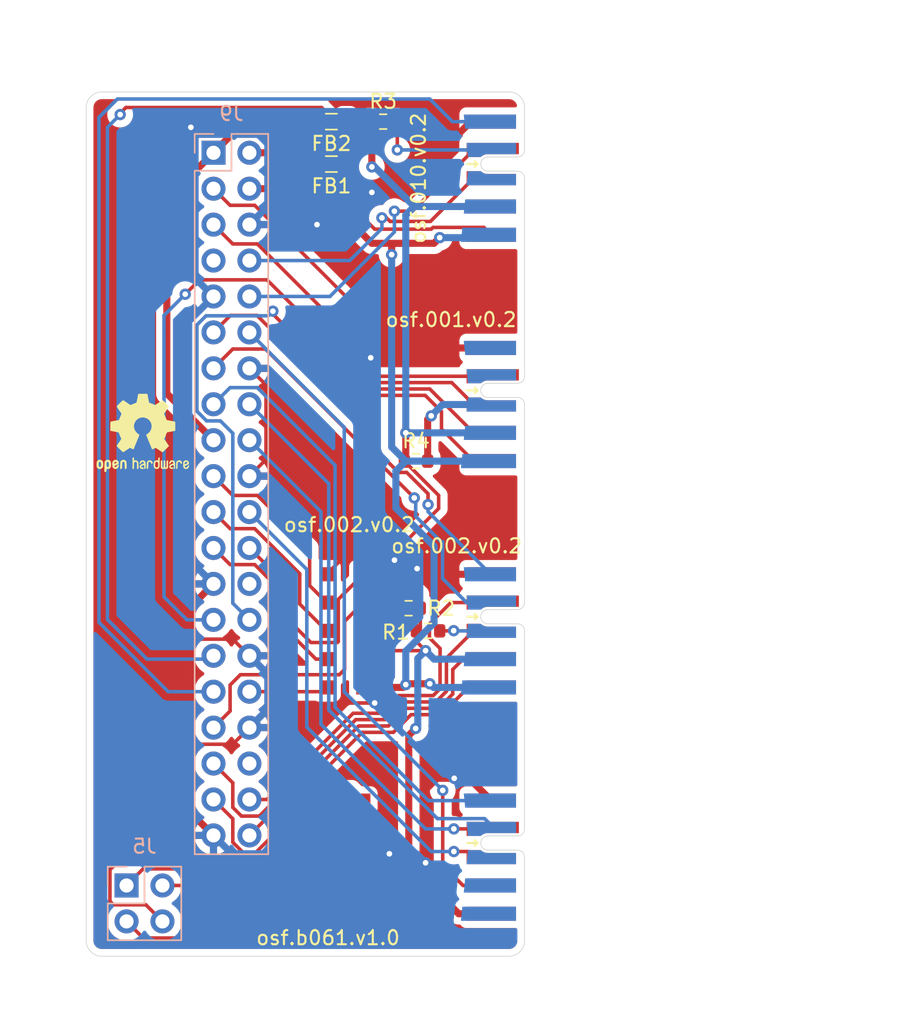
<source format=kicad_pcb>
(kicad_pcb (version 20211014) (generator pcbnew)
  (layers (0 "F.Cu" signal) (31 "B.Cu" signal) (34 "B.Paste" user) (35 "F.Paste" user) (36 "B.SilkS" user "B.Silkscreen") (37 "F.SilkS" user "F.Silkscreen") (38 "B.Mask" user) (39 "F.Mask" user) (44 "Edge.Cuts" user))
  (net 0 "")
  (net 1 "GND")
  (net 2 "+3V3")
  (net 3 "/I2C0_SDA")
  (net 4 "/I2C0_SCL")
  (net 5 "/SPI0_RX")
  (net 6 "/SPI0_TX")
  (net 7 "/SPI0_SCK")
  (net 8 "/~{SPI0_CS}")
  (net 9 "/UART0_RX")
  (net 10 "/UART0_TX")
  (net 11 "/SPI1_RX")
  (net 12 "/SPI1_TX")
  (net 13 "/SPI1_SCK")
  (net 14 "/~{SPI1_CS}")
  (net 15 "+5V")
  (net 16 "Net-(J1-Pad8)")
  (net 17 "Net-(J2-Pad8)")
  (net 18 "Net-(J4-Pad8)")
  (net 19 "Net-(FB1-Pad2)")
  (net 20 "Net-(J5-Pad4)")
  (net 21 "Net-(FB2-Pad2)")
  (net 22 "/TMS")
  (net 23 "/TCLK")
  (net 24 "/TDI")
  (net 25 "/~{RESET}")
  (net 26 "/TDO")
  (net 27 "Net-(J5-Pad3)")
  (net 28 "Net-(J5-Pad2)")
  (net 29 "Net-(J5-Pad1)")
  (net 30 "Net-(J3-Pad7)")
  (net 31 "/SPI0_Status")
  (net 32 "/SPI0_INT")
  (net 33 "/I2C0_CS")
  (net 34 "/I2C0_INT")
  (net 35 "/I2C1_INT")
  (net 36 "/I2C1_CS")
  (net 37 "/SPI1_Status")
  (net 38 "/SPI1_INT")
  (footprint "on_edge:on_edge_2x05_host" (layer "F.Cu") (at 131 91 -90)
    (fp_text reference "J2")
    (fp_text value "I2C_2x2")
    (fp_line (start -4 0) (end -2 0) (layer "Edge.Cuts") (width 0.05))
    (fp_line (start -1.5 0.5) (end -1.5 2.6) (layer "Edge.Cuts") (width 0.05))
    (fp_line (start 0 0) (end 4 0) (layer "Edge.Cuts") (width 0.05))
    (fp_line (start -0.5 2.6) (end -0.5 0.5) (layer "Edge.Cuts") (width 0.05))
    (fp_arc (start -0.5 2.6) (mid -1 3.1) (end -1.5 2.6) (layer "Edge.Cuts") (width 0.05))
    (fp_arc (start -0.5 0.5) (mid -0.353553 0.146447) (end 0 0) (layer "Edge.Cuts") (width 0.05))
    (fp_arc (start -2 0) (mid -1.646447 0.146447) (end -1.5 0.5) (layer "Edge.Cuts") (width 0.05))
  )
  (footprint "on_edge:on_edge_2x05_host" (layer "F.Cu") (at 131 75 -90)
    (fp_text reference "J3")
    (fp_text value "UART")
    (fp_line (start 0 0) (end 4 0) (layer "Edge.Cuts") (width 0.05))
    (fp_line (start -0.5 2.6) (end -0.5 0.5) (layer "Edge.Cuts") (width 0.05))
    (fp_line (start -4 0) (end -2 0) (layer "Edge.Cuts") (width 0.05))
    (fp_line (start -1.5 0.5) (end -1.5 2.6) (layer "Edge.Cuts") (width 0.05))
    (fp_arc (start -0.5 0.5) (mid -0.353553 0.146447) (end 0 0) (layer "Edge.Cuts") (width 0.05))
    (fp_arc (start -2 0) (mid -1.646447 0.146447) (end -1.5 0.5) (layer "Edge.Cuts") (width 0.05))
    (fp_arc (start -0.5 2.6) (mid -1 3.1) (end -1.5 2.6) (layer "Edge.Cuts") (width 0.05))
  )
  (footprint "on_edge:on_edge_2x05_host" (layer "F.Cu") (at 131 107 -90)
    (fp_text reference "J4")
    (fp_text value "SPI_2x3")
    (fp_line (start -0.5 2.6) (end -0.5 0.5) (layer "Edge.Cuts") (width 0.05))
    (fp_line (start 0 0) (end 4 0) (layer "Edge.Cuts") (width 0.05))
    (fp_line (start -1.5 0.5) (end -1.5 2.6) (layer "Edge.Cuts") (width 0.05))
    (fp_line (start -4 0) (end -2 0) (layer "Edge.Cuts") (width 0.05))
    (fp_arc (start -0.5 2.6) (mid -1 3.1) (end -1.5 2.6) (layer "Edge.Cuts") (width 0.05))
    (fp_arc (start -0.5 0.5) (mid -0.353553 0.146447) (end 0 0) (layer "Edge.Cuts") (width 0.05))
    (fp_arc (start -2 0) (mid -1.646447 0.146447) (end -1.5 0.5) (layer "Edge.Cuts") (width 0.05))
  )
  (footprint "on_edge:on_edge_2x05_up_host" (layer "F.Cu") (at 120.6 107 -90)
    (fp_text reference "J1")
    (fp_text value "SPI")
  )
  (footprint "Resistor_SMD:R_0603_1608Metric" (layer "F.Cu") (at 122.8 105.4 180)
    (fp_text reference "R1")
    (fp_text value "10k")
  )
  (footprint "Resistor_SMD:R_0603_1608Metric" (layer "F.Cu") (at 124.175 107)
    (fp_text reference "R2")
    (fp_text value "10k")
  )
  (footprint "Inductor_SMD:L_0805_2012Metric" (layer "F.Cu") (at 117.3375 74 180)
    (fp_text reference "FB1")
    (fp_text value "Ferrite_Bead_Small")
  )
  (footprint "on_edge:on_edge_2x05_host" (layer "F.Cu") (at 131 123 -90)
    (fp_text reference "J8")
    (fp_text value "DebugEdge_02x05")
    (fp_line (start -0.5 2.6) (end -0.5 0.5) (layer "Edge.Cuts") (width 0.05))
    (fp_line (start -4 0) (end -2 0) (layer "Edge.Cuts") (width 0.05))
    (fp_line (start -1.5 0.5) (end -1.5 2.6) (layer "Edge.Cuts") (width 0.05))
    (fp_line (start 0 0) (end 4 0) (layer "Edge.Cuts") (width 0.05))
    (fp_arc (start -0.5 2.6) (mid -1 3.1) (end -1.5 2.6) (layer "Edge.Cuts") (width 0.05))
    (fp_arc (start -2 0) (mid -1.646447 0.146447) (end -1.5 0.5) (layer "Edge.Cuts") (width 0.05))
    (fp_arc (start -0.5 0.5) (mid -0.353553 0.146447) (end 0 0) (layer "Edge.Cuts") (width 0.05))
  )
  (footprint "Resistor_SMD:R_0603_1608Metric" (layer "F.Cu") (at 121 71)
    (fp_text reference "R3")
    (fp_text value "10k")
  )
  (footprint "Resistor_SMD:R_0603_1608Metric" (layer "F.Cu") (at 123.325 95)
    (fp_text reference "R4")
    (fp_text value "10k")
  )
  (footprint "Inductor_SMD:L_0805_2012Metric" (layer "F.Cu") (at 117.3375 71 180)
    (fp_text reference "FB2")
    (fp_text value "Ferrite_Bead_Small")
  )
  (footprint "Symbol:OSHW-Logo2_7.3x6mm_SilkScreen" (layer "F.Cu") (at 104 93)
    (fp_text reference "l1" hide)
    (fp_text value "Logo_Open_Hardware_Large" hide)
  )
  (footprint "on_edge:on_edge_2x05_up_host" (layer "F.Cu") (at 120.6 123 -90)
    (fp_text reference "J6")
    (fp_text value "004_BASE-T_CT")
  )
  (footprint "Connector_PinSocket_2.54mm:PinSocket_2x20_P2.54mm_Vertical" (layer "B.Cu") (at 109 73.2 180)
    (fp_text reference "J9")
    (fp_text value "Raspberry_Pi_2_3")
  )
  (footprint "Connector_PinSocket_2.54mm:PinSocket_2x02_P2.54mm_Vertical" (layer "B.Cu") (at 102.85 125 180)
    (fp_text reference "J5")
    (fp_text value "Conn_02x02_Odd_Even")
  )
  (gr_line (start 101.1 68.9) (end 129.9 68.9) (layer "Edge.Cuts") (width 0.05))
  (gr_arc (start 101.1 130) (mid 100.322183 129.677817) (end 100 128.9) (layer "Edge.Cuts") (width 0.05))
  (gr_line (start 131 119) (end 131 118) (layer "Edge.Cuts") (width 0.05))
  (gr_line (start 131 103) (end 131 102) (layer "Edge.Cuts") (width 0.05))
  (gr_line (start 131 87) (end 131 86) (layer "Edge.Cuts") (width 0.05))
  (gr_line (start 131 79) (end 131 80) (layer "Edge.Cuts") (width 0.05))
  (gr_line (start 131 71) (end 131 70) (layer "Edge.Cuts") (width 0.05))
  (gr_arc (start 100 70) (mid 100.322183 69.222183) (end 101.1 68.9) (layer "Edge.Cuts") (width 0.05))
  (gr_line (start 100 128.9) (end 100 70) (layer "Edge.Cuts") (width 0.05))
  (gr_line (start 131 112) (end 131 111) (layer "Edge.Cuts") (width 0.05))
  (gr_arc (start 131 128.9) (mid 130.677817 129.677817) (end 129.9 130) (layer "Edge.Cuts") (width 0.05))
  (gr_line (start 131 96) (end 131 102) (layer "Edge.Cuts") (width 0.05))
  (gr_line (start 131 128.9) (end 131 128) (layer "Edge.Cuts") (width 0.05))
  (gr_line (start 131 118) (end 131 112) (layer "Edge.Cuts") (width 0.05))
  (gr_line (start 131 96) (end 131 95) (layer "Edge.Cuts") (width 0.05))
  (gr_line (start 131 128) (end 131 127) (layer "Edge.Cuts") (width 0.05))
  (gr_line (start 129.9 130) (end 101.1 130) (layer "Edge.Cuts") (width 0.05))
  (gr_line (start 131 86) (end 131 80) (layer "Edge.Cuts") (width 0.05))
  (gr_arc (start 129.9 68.9) (mid 130.677817 69.222183) (end 131 70) (layer "Edge.Cuts") (width 0.05))
  (gr_text "osf.010.v0.2" (at 123.5 75 90) (layer "F.SilkS") (effects (font (size 1 1))))
  (gr_text "osf.002.v0.2" (at 118.6 99.5) (layer "F.SilkS") (effects (font (size 1 1))))
  (gr_text "osf.002.v0.2" (at 126.2 101) (layer "F.SilkS") (effects (font (size 1 1))))
  (gr_text "osf.001.v0.2" (at 125.8 85) (layer "F.SilkS") (effects (font (size 1 1))))
  (gr_text "osf.b061.v1.0" (at 117.1 128.7) (layer "F.SilkS") (effects (font (size 1 1))))
  (segment (start 106.5 71.4) (end 106.1 71.8) (width 0.5) (layer "F.Cu") (net 1))
  (segment (start 103.8 102.5) (end 104.98 103.68) (width 0.5) (layer "F.Cu") (net 1))
  (segment (start 117 119) (end 117.6 119) (width 0.25) (layer "F.Cu") (net 1))
  (segment (start 111.54 88.44) (end 112.715001 89.615001) (width 0.25) (layer "F.Cu") (net 1))
  (segment (start 117 123) (end 117.6 123) (width 0.25) (layer "F.Cu") (net 1))
  (segment (start 118.4 101.6) (end 121.4 101.6) (width 0.25) (layer "F.Cu") (net 1))
  (segment (start 119.6 121) (end 119.679998 121) (width 0.25) (layer "F.Cu") (net 1))
  (segment (start 117.6 123) (end 119.6 125) (width 0.25) (layer "F.Cu") (net 1))
  (segment (start 107.4 71.4) (end 106.5 71.4) (width 0.5) (layer "F.Cu") (net 1))
  (segment (start 118.1 112.1) (end 120.4 112.1) (width 0.25) (layer "F.Cu") (net 1))
  (segment (start 128.65 87) (end 120.815104 87) (width 0.5) (layer "F.Cu") (net 1))
  (segment (start 127.074989 117.424989) (end 124.805197 117.424989) (width 0.5) (layer "F.Cu") (net 1))
  (segment (start 111.54 113.84) (end 116.36 113.84) (width 0.25) (layer "F.Cu") (net 1))
  (segment (start 122.2 76) (end 120.2 76) (width 0.5) (layer "F.Cu") (net 1))
  (segment (start 119.3 121) (end 117.3 123) (width 0.25) (layer "F.Cu") (net 1))
  (segment (start 106.1 71.8) (end 106 71.8) (width 0.5) (layer "F.Cu") (net 1))
  (segment (start 121.8 102) (end 121.4 101.6) (width 0.5) (layer "F.Cu") (net 1))
  (segment (start 107 119.46) (end 107 115) (width 0.5) (layer "F.Cu") (net 1))
  (segment (start 128.65 103) (end 123.8 103) (width 0.5) (layer "F.Cu") (net 1))
  (segment (start 117 103) (end 118.4 101.6) (width 0.25) (layer "F.Cu") (net 1))
  (segment (start 106 71.8) (end 103.8 74) (width 0.5) (layer "F.Cu") (net 1))
  (segment (start 107 107.6) (end 107 105.68) (width 0.5) (layer "F.Cu") (net 1))
  (segment (start 107.015001 115.015001) (end 107 115) (width 0.25) (layer "F.Cu") (net 1))
  (segment (start 112.715001 94.884999) (end 111.54 96.06) (width 0.25) (layer "F.Cu") (net 1))
  (segment (start 107.015001 107.584999) (end 107 107.6) (width 0.25) (layer "F.Cu") (net 1))
  (segment (start 128.65 71) (end 127.2 71) (width 0.5) (layer "F.Cu") (net 1))
  (segment (start 104.98 103.68) (end 109 103.68) (width 0.5) (layer "F.Cu") (net 1))
  (segment (start 128.65 119) (end 127.074989 117.424989) (width 0.5) (layer "F.Cu") (net 1))
  (segment (start 119.6 127) (end 117 127) (width 0.25) (layer "F.Cu") (net 1))
  (segment (start 107 115) (end 107 107.6) (width 0.5) (layer "F.Cu") (net 1))
  (segment (start 110.364999 115.015001) (end 107.015001 115.015001) (width 0.25) (layer "F.Cu") (net 1))
  (segment (start 120.815104 87) (end 120.120212 87.694892) (width 0.5) (layer "F.Cu") (net 1))
  (segment (start 110.364999 107.584999) (end 107.015001 107.584999) (width 0.25) (layer "F.Cu") (net 1))
  (segment (start 123.8 103) (end 123.4 102.6) (width 0.5) (layer "F.Cu") (net 1))
  (segment (start 115.86 96.06) (end 121.8 102) (width 0.5) (layer "F.Cu") (net 1))
  (segment (start 117.6 119) (end 119.6 121) (width 0.25) (layer "F.Cu") (net 1))
  (segment (start 117.3 123) (end 117 123) (width 0.25) (layer "F.Cu") (net 1))
  (segment (start 119.6 121) (end 119.3 121) (width 0.25) (layer "F.Cu") (net 1))
  (segment (start 111.54 96.06) (end 115.86 96.06) (width 0.5) (layer "F.Cu") (net 1))
  (segment (start 119.679998 121) (end 121.439999 122.760001) (width 0.25) (layer "F.Cu") (net 1))
  (segment (start 111.54 113.84) (end 110.364999 115.015001) (width 0.25) (layer "F.Cu") (net 1))
  (segment (start 119.6 125) (end 119.6 127) (width 0.25) (layer "F.Cu") (net 1))
  (segment (start 124.805197 117.424989) (end 124 118.230186) (width 0.5) (layer "F.Cu") (net 1))
  (segment (start 109 121.46) (end 107 119.46) (width 0.5) (layer "F.Cu") (net 1))
  (segment (start 124 118.230186) (end 124 123.4) (width 0.5) (layer "F.Cu") (net 1))
  (segment (start 111.54 108.76) (end 110.364999 107.584999) (width 0.25) (layer "F.Cu") (net 1))
  (segment (start 103.8 74) (end 103.8 102.5) (width 0.5) (layer "F.Cu") (net 1))
  (segment (start 112.715001 89.615001) (end 112.715001 94.884999) (width 0.25) (layer "F.Cu") (net 1))
  (segment (start 107 105.68) (end 109 103.68) (width 0.5) (layer "F.Cu") (net 1))
  (segment (start 116.36 113.84) (end 118.1 112.1) (width 0.25) (layer "F.Cu") (net 1))
  (segment (start 127.2 71) (end 122.2 76) (width 0.5) (layer "F.Cu") (net 1))
  (via (at 116.32 78.28) (size 0.8) (drill 0.4) (layers "F.Cu" "B.Cu") (net 1))
  (via (at 120.120212 87.694892) (size 0.8) (drill 0.4) (layers "F.Cu" "B.Cu") (net 1))
  (via (at 120.4 112.1) (size 0.8) (drill 0.4) (layers "F.Cu" "B.Cu") (net 1))
  (via (at 120.2 76) (size 0.8) (drill 0.4) (layers "F.Cu" "B.Cu") (net 1))
  (via (at 107.4 71.4) (size 0.8) (drill 0.4) (layers "F.Cu" "B.Cu") (net 1))
  (via (at 124 123.4) (size 0.8) (drill 0.4) (layers "F.Cu" "B.Cu") (net 1))
  (via (at 121.439999 122.760001) (size 0.8) (drill 0.4) (layers "F.Cu" "B.Cu") (net 1))
  (via (at 121.8 102) (size 0.8) (drill 0.4) (layers "F.Cu" "B.Cu") (net 1))
  (via (at 123.4 102.6) (size 0.8) (drill 0.4) (layers "F.Cu" "B.Cu") (net 1))
  (via (at 126.024989 117.424989) (size 0.8) (drill 0.4) (layers "F.Cu" "B.Cu") (net 1))
  (segment (start 120.4 103.4) (end 121.8 102) (width 0.25) (layer "B.Cu") (net 1))
  (segment (start 120.120212 100.320212) (end 121.8 102) (width 0.5) (layer "B.Cu") (net 1))
  (segment (start 109 83.36) (end 107.250969 85.109031) (width 0.5) (layer "B.Cu") (net 1))
  (segment (start 121.439999 122.760001) (end 123.360001 122.760001) (width 0.5) (layer "B.Cu") (net 1))
  (segment (start 123.360001 122.760001) (end 124 123.4) (width 0.5) (layer "B.Cu") (net 1))
  (segment (start 122.4 102.6) (end 121.8 102) (width 0.5) (layer "B.Cu") (net 1))
  (segment (start 118.6 76) (end 116.6 78) (width 0.5) (layer "B.Cu") (net 1))
  (segment (start 107.699999 82.059999) (end 107.699999 71.989999) (width 0.5) (layer "B.Cu") (net 1))
  (segment (start 109 83.36) (end 107.699999 82.059999) (width 0.5) (layer "B.Cu") (net 1))
  (segment (start 125.724989 117.424989) (end 126.024989 117.424989) (width 0.25) (layer "B.Cu") (net 1))
  (segment (start 110.300001 122.760001) (end 121.439999 122.760001) (width 0.5) (layer "B.Cu") (net 1))
  (segment (start 109 121.46) (end 110.300001 122.760001) (width 0.5) (layer "B.Cu") (net 1))
  (segment (start 120.4 112.1) (end 120.4 103.4) (width 0.25) (layer "B.Cu") (net 1))
  (segment (start 112.840001 112.539999) (end 112.840001 110.060001) (width 0.5) (layer "B.Cu") (net 1))
  (segment (start 107.3 91.753503) (end 107.3 101.98) (width 0.5) (layer "B.Cu") (net 1))
  (segment (start 107.789999 71.899999) (end 112.164001 71.899999) (width 0.5) (layer "B.Cu") (net 1))
  (segment (start 116.32 78.28) (end 111.54 78.28) (width 0.5) (layer "B.Cu") (net 1))
  (segment (start 123.4 102.6) (end 122.4 102.6) (width 0.5) (layer "B.Cu") (net 1))
  (segment (start 107.3 101.98) (end 109 103.68) (width 0.5) (layer "B.Cu") (net 1))
  (segment (start 107.699999 71.989999) (end 107.789999 71.899999) (width 0.5) (layer "B.Cu") (net 1))
  (segment (start 107.699999 71.989999) (end 107.699999 71.699999) (width 0.5) (layer "B.Cu") (net 1))
  (segment (start 112.840001 110.060001) (end 111.54 108.76) (width 0.5) (layer "B.Cu") (net 1))
  (segment (start 112.840001 76.979999) (end 111.54 78.28) (width 0.5) (layer "B.Cu") (net 1))
  (segment (start 120.4 112.1) (end 125.724989 117.424989) (width 0.25) (layer "B.Cu") (net 1))
  (segment (start 111.54 113.84) (end 112.840001 112.539999) (width 0.5) (layer "B.Cu") (net 1))
  (segment (start 107.699999 71.699999) (end 107.4 71.4) (width 0.5) (layer "B.Cu") (net 1))
  (segment (start 107.250969 91.704472) (end 107.3 91.753503) (width 0.5) (layer "B.Cu") (net 1))
  (segment (start 120.2 76) (end 118.6 76) (width 0.5) (layer "B.Cu") (net 1))
  (segment (start 116.6 78) (end 116.32 78.28) (width 0.5) (layer "B.Cu") (net 1))
  (segment (start 112.840001 72.575999) (end 112.840001 76.979999) (width 0.5) (layer "B.Cu") (net 1))
  (segment (start 107.250969 85.109031) (end 107.250969 91.704472) (width 0.5) (layer "B.Cu") (net 1))
  (segment (start 120.120212 87.694892) (end 120.120212 100.320212) (width 0.5) (layer "B.Cu") (net 1))
  (segment (start 112.164001 71.899999) (end 112.840001 72.575999) (width 0.5) (layer "B.Cu") (net 1))
  (segment (start 123.625 105.4) (end 123.625 104.425) (width 0.25) (layer "F.Cu") (net 2))
  (segment (start 123.625 105.4) (end 123.625 106.725) (width 0.25) (layer "F.Cu") (net 2))
  (segment (start 122.812661 114.387339) (end 122.812661 123.470665) (width 0.5) (layer "F.Cu") (net 2))
  (segment (start 122.636502 103.436502) (end 122.636502 100.636502) (width 0.25) (layer "F.Cu") (net 2))
  (segment (start 120.2 71.025) (end 120.175 71) (width 0.5) (layer "F.Cu") (net 2))
  (segment (start 123.3 113.9) (end 122.812661 114.387339) (width 0.5) (layer "F.Cu") (net 2))
  (segment (start 122.636502 100.636502) (end 124.925002 98.348002) (width 0.25) (layer "F.Cu") (net 2))
  (segment (start 118.4 71) (end 120.175 71) (width 0.5) (layer "F.Cu") (net 2))
  (segment (start 122.812661 123.470665) (end 126.341996 127) (width 0.5) (layer "F.Cu") (net 2))
  (segment (start 126.341996 127) (end 128.65 127) (width 0.5) (layer "F.Cu") (net 2))
  (segment (start 123.35 107.75) (end 123.35 107) (width 0.25) (layer "F.Cu") (net 2))
  (segment (start 122.6 94.9) (end 122.5 95) (width 0.5) (layer "F.Cu") (net 2))
  (segment (start 124.925002 97.425002) (end 122.5 95) (width 0.25) (layer "F.Cu") (net 2))
  (segment (start 124.925002 98.348002) (end 124.925002 97.425002) (width 0.25) (layer "F.Cu") (net 2))
  (segment (start 124 108.4) (end 120.2 108.4) (width 0.25) (layer "F.Cu") (net 2))
  (segment (start 120.2 108.4) (end 119.6 109) (width 0.25) (layer "F.Cu") (net 2))
  (segment (start 123.625 104.425) (end 122.636502 103.436502) (width 0.25) (layer "F.Cu") (net 2))
  (segment (start 123.625 106.725) (end 123.35 107) (width 0.25) (layer "F.Cu") (net 2))
  (segment (start 122.6 93) (end 122.6 94.9) (width 0.5) (layer "F.Cu") (net 2))
  (segment (start 124 108.4) (end 123.35 107.75) (width 0.25) (layer "F.Cu") (net 2))
  (segment (start 120.2 74.2) (end 120.2 71.025) (width 0.5) (layer "F.Cu") (net 2))
  (via (at 124 108.4) (size 0.8) (drill 0.4) (layers "F.Cu" "B.Cu") (net 2))
  (via (at 123.3 113.9) (size 0.8) (drill 0.4) (layers "F.Cu" "B.Cu") (net 2))
  (via (at 122.6 93) (size 0.8) (drill 0.4) (layers "F.Cu" "B.Cu") (net 2))
  (via (at 120.2 74.2) (size 0.8) (drill 0.4) (layers "F.Cu" "B.Cu") (net 2))
  (segment (start 128.6 109) (end 124.6 109) (width 0.5) (layer "B.Cu") (net 2))
  (segment (start 122.6 93) (end 122.6 77.6) (width 0.5) (layer "B.Cu") (net 2))
  (segment (start 123.3 113.9) (end 123.450001 113.749999) (width 0.5) (layer "B.Cu") (net 2))
  (segment (start 122.6 77.6) (end 123.2 77) (width 0.5) (layer "B.Cu") (net 2))
  (segment (start 123.2 77) (end 120.4 74.2) (width 0.5) (layer "B.Cu") (net 2))
  (segment (start 123.450001 108.949999) (end 124 108.4) (width 0.5) (layer "B.Cu") (net 2))
  (segment (start 128.6 77) (end 123.2 77) (width 0.5) (layer "B.Cu") (net 2))
  (segment (start 123.450001 113.749999) (end 123.450001 108.949999) (width 0.5) (layer "B.Cu") (net 2))
  (segment (start 124.6 109) (end 124 108.4) (width 0.5) (layer "B.Cu") (net 2))
  (segment (start 128.6 93) (end 122.6 93) (width 0.5) (layer "B.Cu") (net 2))
  (segment (start 120.4 74.2) (end 120.2 74.2) (width 0.5) (layer "B.Cu") (net 2))
  (segment (start 118.425212 83.42621) (end 118.425212 84.974788) (width 0.25) (layer "F.Cu") (net 3))
  (segment (start 118.425212 87.188801) (end 118.425212 84.974788) (width 0.25) (layer "F.Cu") (net 3))
  (segment (start 111.914003 76.915001) (end 118.425212 83.42621) (width 0.25) (layer "F.Cu") (net 3))
  (segment (start 127.4 89) (end 120.236411 89) (width 0.25) (layer "F.Cu") (net 3))
  (segment (start 120.236411 89) (end 118.425212 87.188801) (width 0.25) (layer "F.Cu") (net 3))
  (segment (start 110.175001 76.915001) (end 111.914003 76.915001) (width 0.25) (layer "F.Cu") (net 3))
  (segment (start 109 75.74) (end 110.175001 76.915001) (width 0.25) (layer "F.Cu") (net 3))
  (segment (start 112.104001 79.644999) (end 110.364999 79.644999) (width 0.25) (layer "F.Cu") (net 4))
  (segment (start 119.799922 89.44952) (end 117.975201 87.624799) (width 0.25) (layer "F.Cu") (net 4))
  (segment (start 117.975201 87.624799) (end 117.975201 85.516199) (width 0.25) (layer "F.Cu") (net 4))
  (segment (start 127.4 91) (end 125.84952 89.44952) (width 0.25) (layer "F.Cu") (net 4))
  (segment (start 117.975201 85.516199) (end 112.104001 79.644999) (width 0.25) (layer "F.Cu") (net 4))
  (segment (start 110.364999 79.644999) (end 109 78.28) (width 0.25) (layer "F.Cu") (net 4))
  (segment (start 125.84952 89.44952) (end 119.799922 89.44952) (width 0.25) (layer "F.Cu") (net 4))
  (segment (start 117 107) (end 115.100022 105.100022) (width 0.25) (layer "F.Cu") (net 5))
  (segment (start 115.100022 102.96102) (end 115.100022 103.100022) (width 0.25) (layer "F.Cu") (net 5))
  (segment (start 115.100022 105.100022) (end 115.100022 103.100022) (width 0.25) (layer "F.Cu") (net 5))
  (segment (start 110.175001 99.775001) (end 111.914003 99.775001) (width 0.25) (layer "F.Cu") (net 5))
  (segment (start 111.914003 99.775001) (end 115.100022 102.96102) (width 0.25) (layer "F.Cu") (net 5))
  (segment (start 109 98.6) (end 110.175001 99.775001) (width 0.25) (layer "F.Cu") (net 5))
  (segment (start 115.8 103.8) (end 115.8 101.4) (width 0.25) (layer "F.Cu") (net 6))
  (segment (start 110.364999 97.424999) (end 112.104001 97.424999) (width 0.25) (layer "F.Cu") (net 6))
  (segment (start 117 105) (end 115.8 103.8) (width 0.25) (layer "F.Cu") (net 6))
  (segment (start 115.8 101.120998) (end 115.8 101.4) (width 0.25) (layer "F.Cu") (net 6))
  (segment (start 109 96.06) (end 110.364999 97.424999) (width 0.25) (layer "F.Cu") (net 6))
  (segment (start 112.104001 97.424999) (end 115.8 101.120998) (width 0.25) (layer "F.Cu") (net 6))
  (segment (start 116.25 109) (end 117 109) (width 0.25) (layer "F.Cu") (net 7))
  (segment (start 114.2 104.600998) (end 114.2 106.95) (width 0.25) (layer "F.Cu") (net 7))
  (segment (start 109 101.14) (end 110.175001 102.315001) (width 0.25) (layer "F.Cu") (net 7))
  (segment (start 114.2 106.95) (end 116.25 109) (width 0.25) (layer "F.Cu") (net 7))
  (segment (start 111.914003 102.315001) (end 114.2 104.600998) (width 0.25) (layer "F.Cu") (net 7))
  (segment (start 110.175001 102.315001) (end 111.914003 102.315001) (width 0.25) (layer "F.Cu") (net 7))
  (segment (start 114.650011 104.250011) (end 114.650011 104.349989) (width 0.25) (layer "F.Cu") (net 8))
  (segment (start 117.760001 107.825001) (end 115.888612 107.825001) (width 0.25) (layer "F.Cu") (net 8))
  (segment (start 114.650011 106.5864) (end 114.650011 104.349989) (width 0.25) (layer "F.Cu") (net 8))
  (segment (start 117.825001 104.774999) (end 117.825001 107.760001) (width 0.25) (layer "F.Cu") (net 8))
  (segment (start 117.825001 107.760001) (end 117.760001 107.825001) (width 0.25) (layer "F.Cu") (net 8))
  (segment (start 115.888612 107.825001) (end 114.650011 106.5864) (width 0.25) (layer "F.Cu") (net 8))
  (segment (start 119.6 103) (end 117.825001 104.774999) (width 0.25) (layer "F.Cu") (net 8))
  (segment (start 111.54 101.14) (end 114.650011 104.250011) (width 0.25) (layer "F.Cu") (net 8))
  (segment (start 127.4 73) (end 123.06964 77.33036) (width 0.25) (layer "F.Cu") (net 9))
  (segment (start 123.06964 77.33036) (end 121.793891 77.33036) (width 0.25) (layer "F.Cu") (net 9))
  (via (at 121.793891 77.33036) (size 0.8) (drill 0.4) (layers "F.Cu" "B.Cu") (net 9))
  (segment (start 117.232512 83.36) (end 119.232512 81.36) (width 0.25) (layer "B.Cu") (net 9))
  (segment (start 121.793891 78.79862) (end 121.793891 77.33036) (width 0.25) (layer "B.Cu") (net 9))
  (segment (start 111.54 83.36) (end 117.232512 83.36) (width 0.25) (layer "B.Cu") (net 9))
  (segment (start 119.232512 81.36) (end 121.793891 78.79862) (width 0.25) (layer "B.Cu") (net 9))
  (segment (start 120.911748 77.800283) (end 121.2392 77.800283) (width 0.25) (layer "F.Cu") (net 10))
  (segment (start 124.345129 78.054871) (end 127.4 75) (width 0.25) (layer "F.Cu") (net 10))
  (segment (start 121.493788 78.054871) (end 124.345129 78.054871) (width 0.25) (layer "F.Cu") (net 10))
  (segment (start 121.2392 77.800283) (end 121.493788 78.054871) (width 0.25) (layer "F.Cu") (net 10))
  (via (at 120.911748 77.800283) (size 0.8) (drill 0.4) (layers "F.Cu" "B.Cu") (net 10))
  (segment (start 120.911748 77.800283) (end 120.911748 78.548961) (width 0.25) (layer "B.Cu") (net 10))
  (segment (start 120.911748 78.548961) (end 118.640709 80.82) (width 0.25) (layer "B.Cu") (net 10))
  (segment (start 118.640709 80.82) (end 111.54 80.82) (width 0.25) (layer "B.Cu") (net 10))
  (segment (start 110.364999 119.484001) (end 110.975999 120.095001) (width 0.25) (layer "F.Cu") (net 11))
  (segment (start 112.241409 120.095001) (end 119.061397 113.275013) (width 0.25) (layer "F.Cu") (net 11))
  (segment (start 121.124987 113.275013) (end 122.374978 112.025022) (width 0.25) (layer "F.Cu") (net 11))
  (segment (start 124.725588 112.025022) (end 125.475024 111.275586) (width 0.25) (layer "F.Cu") (net 11))
  (segment (start 119.061397 113.275013) (end 121.124987 113.275013) (width 0.25) (layer "F.Cu") (net 11))
  (segment (start 110.975999 120.095001) (end 112.241409 120.095001) (width 0.25) (layer "F.Cu") (net 11))
  (segment (start 122.374978 112.025022) (end 124.725588 112.025022) (width 0.25) (layer "F.Cu") (net 11))
  (segment (start 110.364999 117.744999) (end 110.364999 119.484001) (width 0.25) (layer "F.Cu") (net 11))
  (segment (start 125.475024 111.275586) (end 125.475024 108.924976) (width 0.25) (layer "F.Cu") (net 11))
  (segment (start 125.475024 108.924976) (end 127.4 107) (width 0.25) (layer "F.Cu") (net 11))
  (segment (start 109 116.38) (end 110.364999 117.744999) (width 0.25) (layer "F.Cu") (net 11))
  (segment (start 124.27499 107.492468) (end 124.27499 106.507532) (width 0.25) (layer "F.Cu") (net 12))
  (segment (start 124.27499 106.507532) (end 125.782522 105) (width 0.25) (layer "F.Cu") (net 12))
  (segment (start 124.539188 111.575011) (end 125.025013 111.089186) (width 0.25) (layer "F.Cu") (net 12))
  (segment (start 125.025013 108.242491) (end 124.27499 107.492468) (width 0.25) (layer "F.Cu") (net 12))
  (segment (start 118.874998 112.825002) (end 120.848002 112.825002) (width 0.25) (layer "F.Cu") (net 12))
  (segment (start 120.848002 112.825002) (end 122.097993 111.575011) (width 0.25) (layer "F.Cu") (net 12))
  (segment (start 122.097993 111.575011) (end 124.539188 111.575011) (width 0.25) (layer "F.Cu") (net 12))
  (segment (start 125.782522 105) (end 127.4 105) (width 0.25) (layer "F.Cu") (net 12))
  (segment (start 112.78 118.92) (end 118.874998 112.825002) (width 0.25) (layer "F.Cu") (net 12))
  (segment (start 111.54 118.92) (end 112.78 118.92) (width 0.25) (layer "F.Cu") (net 12))
  (segment (start 125.025013 111.089186) (end 125.025013 108.242491) (width 0.25) (layer "F.Cu") (net 12))
  (segment (start 121.374976 113.725024) (end 119.274976 113.725024) (width 0.25) (layer "F.Cu") (net 13))
  (segment (start 112.389999 120.610001) (end 111.54 121.46) (width 0.25) (layer "F.Cu") (net 13))
  (segment (start 122.624967 112.475033) (end 121.374976 113.725024) (width 0.25) (layer "F.Cu") (net 13))
  (segment (start 128.65 109) (end 126.65 109) (width 0.25) (layer "F.Cu") (net 13))
  (segment (start 124.911988 112.475033) (end 122.624967 112.475033) (width 0.25) (layer "F.Cu") (net 13))
  (segment (start 126.65 109) (end 125.925035 109.724965) (width 0.25) (layer "F.Cu") (net 13))
  (segment (start 125.925035 109.724965) (end 125.925035 111.461986) (width 0.25) (layer "F.Cu") (net 13))
  (segment (start 125.925035 111.461986) (end 124.911988 112.475033) (width 0.25) (layer "F.Cu") (net 13))
  (segment (start 119.274976 113.725024) (end 112.389999 120.610001) (width 0.25) (layer "F.Cu") (net 13))
  (segment (start 112.079002 84.7) (end 110.2 84.7) (width 0.25) (layer "F.Cu") (net 14))
  (segment (start 124.174454 98.073952) (end 124.174454 97.310172) (width 0.25) (layer "F.Cu") (net 14))
  (segment (start 122.663802 95.79952) (end 122.082737 95.79952) (width 0.25) (layer "F.Cu") (net 14))
  (segment (start 110.2 84.7) (end 109 85.9) (width 0.25) (layer "F.Cu") (net 14))
  (segment (start 122.082737 95.79952) (end 119.6 93.316783) (width 0.25) (layer "F.Cu") (net 14))
  (segment (start 119.6 92.220998) (end 112.079002 84.7) (width 0.25) (layer "F.Cu") (net 14))
  (segment (start 124.174454 97.310172) (end 122.663802 95.79952) (width 0.25) (layer "F.Cu") (net 14))
  (segment (start 119.6 93.316783) (end 119.6 92.220998) (width 0.25) (layer "F.Cu") (net 14))
  (via (at 124.174454 98.073952) (size 0.8) (drill 0.4) (layers "F.Cu" "B.Cu") (net 14))
  (segment (start 124.174454 98.073952) (end 124.174454 98.574454) (width 0.25) (layer "B.Cu") (net 14))
  (segment (start 124.174454 98.574454) (end 128.6 103) (width 0.25) (layer "B.Cu") (net 14))
  (segment (start 121.6 80.4) (end 121.6 79.799998) (width 0.5) (layer "F.Cu") (net 15))
  (segment (start 124.600001 79.599999) (end 125 79.2) (width 0.5) (layer "F.Cu") (net 15))
  (segment (start 122.4 111) (end 122.6 110.8) (width 0.5) (layer "F.Cu") (net 15))
  (segment (start 120.199999 79.599999) (end 123.100001 79.599999) (width 0.5) (layer "F.Cu") (net 15))
  (segment (start 118.4 77.8) (end 120.199999 79.599999) (width 0.5) (layer "F.Cu") (net 15))
  (segment (start 121.6 79.799998) (end 121.799999 79.599999) (width 0.5) (layer "F.Cu") (net 15))
  (segment (start 118.4 74) (end 118.4 77.8) (width 0.5) (layer "F.Cu") (net 15))
  (segment (start 124.300011 110.741184) (end 122.658816 110.741184) (width 0.5) (layer "F.Cu") (net 15))
  (segment (start 123.100001 79.599999) (end 124.600001 79.599999) (width 0.5) (layer "F.Cu") (net 15))
  (segment (start 122.658816 110.741184) (end 122.6 110.8) (width 0.5) (layer "F.Cu") (net 15))
  (segment (start 121.799999 79.599999) (end 123.100001 79.599999) (width 0.5) (layer "F.Cu") (net 15))
  (segment (start 119.6 111) (end 122.4 111) (width 0.5) (layer "F.Cu") (net 15))
  (via (at 122.6 110.8) (size 0.8) (drill 0.4) (layers "F.Cu" "B.Cu") (net 15))
  (via (at 125 79.2) (size 0.8) (drill 0.4) (layers "F.Cu" "B.Cu") (net 15))
  (via (at 124.300011 110.741184) (size 0.8) (drill 0.4) (layers "F.Cu" "B.Cu") (net 15))
  (via (at 121.6 80.4) (size 0.8) (drill 0.4) (layers "F.Cu" "B.Cu") (net 15))
  (segment (start 124.6 106.434315) (end 122.6 108.434315) (width 0.5) (layer "B.Cu") (net 15))
  (segment (start 122.6 95) (end 121.6 94) (width 0.5) (layer "B.Cu") (net 15))
  (segment (start 128.3 79.2) (end 128.5 79) (width 0.5) (layer "B.Cu") (net 15))
  (segment (start 128.5 111) (end 124.558827 111) (width 0.5) (layer "B.Cu") (net 15))
  (segment (start 124.6 101.013188) (end 124.6 106.434315) (width 0.5) (layer "B.Cu") (net 15))
  (segment (start 121.9 95.7) (end 121.9 98.313188) (width 0.5) (layer "B.Cu") (net 15))
  (segment (start 125 79.2) (end 128.3 79.2) (width 0.5) (layer "B.Cu") (net 15))
  (segment (start 122.6 95) (end 121.9 95.7) (width 0.5) (layer "B.Cu") (net 15))
  (segment (start 124.558827 111) (end 124.300011 110.741184) (width 0.5) (layer "B.Cu") (net 15))
  (segment (start 121.9 98.313188) (end 124.6 101.013188) (width 0.5) (layer "B.Cu") (net 15))
  (segment (start 121.6 94) (end 121.6 80.4) (width 0.5) (layer "B.Cu") (net 15))
  (segment (start 122.6 108.434315) (end 122.6 110.8) (width 0.5) (layer "B.Cu") (net 15))
  (segment (start 128.5 95) (end 122.6 95) (width 0.5) (layer "B.Cu") (net 15))
  (segment (start 121.975 105.4) (end 121.2 105.4) (width 0.25) (layer "F.Cu") (net 16))
  (segment (start 121.2 105.4) (end 119.6 107) (width 0.25) (layer "F.Cu") (net 16))
  (segment (start 124.15 95) (end 124.15 92.05) (width 0.5) (layer "F.Cu") (net 17))
  (segment (start 124.15 92.05) (end 124.4 91.8) (width 0.5) (layer "F.Cu") (net 17))
  (via (at 124.4 91.8) (size 0.8) (drill 0.4) (layers "F.Cu" "B.Cu") (net 17))
  (segment (start 125.2 91) (end 128.9 91) (width 0.5) (layer "B.Cu") (net 17))
  (segment (start 124.4 91.8) (end 125.2 91) (width 0.5) (layer "B.Cu") (net 17))
  (segment (start 125 107) (end 125.97468 107) (width 0.25) (layer "F.Cu") (net 18))
  (segment (start 125.97468 107) (end 125.98734 106.98734) (width 0.25) (layer "F.Cu") (net 18))
  (via (at 125.98734 106.98734) (size 0.8) (drill 0.4) (layers "F.Cu" "B.Cu") (net 18))
  (segment (start 128.9 107) (end 126 107) (width 0.25) (layer "B.Cu") (net 18))
  (segment (start 126 107) (end 125.98734 106.98734) (width 0.25) (layer "B.Cu") (net 18))
  (segment (start 111.54 75.74) (end 114.535 75.74) (width 0.5) (layer "F.Cu") (net 19))
  (segment (start 115.475 73.2) (end 116.275 74) (width 0.5) (layer "F.Cu") (net 19))
  (segment (start 114.535 75.74) (end 116.275 74) (width 0.5) (layer "F.Cu") (net 19))
  (segment (start 111.54 73.2) (end 115.475 73.2) (width 0.5) (layer "F.Cu") (net 19))
  (segment (start 101.674999 126.110001) (end 101.674999 123.889999) (width 0.25) (layer "F.Cu") (net 20))
  (segment (start 101.929997 126.364999) (end 101.674999 126.110001) (width 0.25) (layer "F.Cu") (net 20))
  (segment (start 104.214999 126.364999) (end 101.929997 126.364999) (width 0.25) (layer "F.Cu") (net 20))
  (segment (start 118.774999 118.174999) (end 119.6 119) (width 0.25) (layer "F.Cu") (net 20))
  (segment (start 102.364998 123.2) (end 112.8 123.2) (width 0.25) (layer "F.Cu") (net 20))
  (segment (start 105.39 127.54) (end 104.214999 126.364999) (width 0.25) (layer "F.Cu") (net 20))
  (segment (start 112.8 123.2) (end 116.174999 119.825001) (width 0.25) (layer "F.Cu") (net 20))
  (segment (start 116.174999 118.239999) (end 116.239999 118.174999) (width 0.25) (layer "F.Cu") (net 20))
  (segment (start 116.239999 118.174999) (end 118.774999 118.174999) (width 0.25) (layer "F.Cu") (net 20))
  (segment (start 101.674999 123.889999) (end 102.364998 123.2) (width 0.25) (layer "F.Cu") (net 20))
  (segment (start 116.174999 119.825001) (end 116.174999 118.239999) (width 0.25) (layer "F.Cu") (net 20))
  (segment (start 111.2 71) (end 109 73.2) (width 0.5) (layer "F.Cu") (net 21))
  (segment (start 105.7 90.22) (end 105.7 76.5) (width 0.5) (layer "F.Cu") (net 21))
  (segment (start 109 93.52) (end 105.7 90.22) (width 0.5) (layer "F.Cu") (net 21))
  (segment (start 105.7 76.5) (end 108.424992 73.775008) (width 0.5) (layer "F.Cu") (net 21))
  (segment (start 108.424992 73.775008) (end 108.424992 73.501822) (width 0.5) (layer "F.Cu") (net 21))
  (segment (start 116.275 71) (end 111.2 71) (width 0.5) (layer "F.Cu") (net 21))
  (segment (start 108.424992 73.501822) (end 108.761822 73.164992) (width 0.5) (layer "F.Cu") (net 21))
  (segment (start 108.761822 73.164992) (end 109 73.164992) (width 0.5) (layer "F.Cu") (net 21))
  (segment (start 126 121) (end 127.4 121) (width 0.25) (layer "F.Cu") (net 22))
  (via (at 126 121) (size 0.8) (drill 0.4) (layers "F.Cu" "B.Cu") (net 22))
  (segment (start 124 121) (end 116.6 113.6) (width 0.25) (layer "B.Cu") (net 22))
  (segment (start 116.6 98.8) (end 116.6 98.58) (width 0.25) (layer "B.Cu") (net 22))
  (segment (start 116.6 113.6) (end 116.6 98.8) (width 0.25) (layer "B.Cu") (net 22))
  (segment (start 116.6 98.58) (end 111.54 93.52) (width 0.25) (layer "B.Cu") (net 22))
  (segment (start 126 121) (end 124 121) (width 0.25) (layer "B.Cu") (net 22))
  (segment (start 126 122.6) (end 127 122.6) (width 0.25) (layer "F.Cu") (net 23))
  (segment (start 127 122.6) (end 127.4 123) (width 0.25) (layer "F.Cu") (net 23))
  (via (at 126 122.6) (size 0.8) (drill 0.4) (layers "F.Cu" "B.Cu") (net 23))
  (segment (start 115.6 102.66) (end 115.6 102.9) (width 0.25) (layer "B.Cu") (net 23))
  (segment (start 124.4 122.6) (end 115.6 113.8) (width 0.25) (layer "B.Cu") (net 23))
  (segment (start 126 122.6) (end 124.4 122.6) (width 0.25) (layer "B.Cu") (net 23))
  (segment (start 111.54 98.6) (end 115.6 102.66) (width 0.25) (layer "B.Cu") (net 23))
  (segment (start 115.6 113.8) (end 115.6 102.9) (width 0.25) (layer "B.Cu") (net 23))
  (segment (start 117.149989 98.350011) (end 117.149989 96.589989) (width 0.25) (layer "B.Cu") (net 24))
  (segment (start 124.838587 120.274998) (end 117.149989 112.5864) (width 0.25) (layer "B.Cu") (net 24))
  (segment (start 117.149989 96.589989) (end 111.54 90.98) (width 0.25) (layer "B.Cu") (net 24))
  (segment (start 128.174998 120.274998) (end 124.838587 120.274998) (width 0.25) (layer "B.Cu") (net 24))
  (segment (start 128.9 121) (end 128.174998 120.274998) (width 0.25) (layer "B.Cu") (net 24))
  (segment (start 117.149989 112.5864) (end 117.149989 98.350011) (width 0.25) (layer "B.Cu") (net 24))
  (segment (start 125.213198 123.563198) (end 125.213198 118.27499) (width 0.25) (layer "F.Cu") (net 25))
  (segment (start 128.65 125) (end 126.65 125) (width 0.25) (layer "F.Cu") (net 25))
  (segment (start 126.65 125) (end 125.213198 123.563198) (width 0.25) (layer "F.Cu") (net 25))
  (via (at 125.213198 118.27499) (size 0.8) (drill 0.4) (layers "F.Cu" "B.Cu") (net 25))
  (segment (start 118.250011 92.950011) (end 118.250011 92.610011) (width 0.25) (layer "B.Cu") (net 25))
  (segment (start 118.250011 92.610011) (end 111.54 85.9) (width 0.25) (layer "B.Cu") (net 25))
  (segment (start 118.250011 111.311803) (end 118.250011 92.950011) (width 0.25) (layer "B.Cu") (net 25))
  (segment (start 125.213198 118.27499) (end 118.250011 111.311803) (width 0.25) (layer "B.Cu") (net 25))
  (segment (start 112.104001 89.804999) (end 110.175001 89.804999) (width 0.25) (layer "B.Cu") (net 26))
  (segment (start 117.6 95.5) (end 117.6 95.300998) (width 0.25) (layer "B.Cu") (net 26))
  (segment (start 128.6 119) (end 124.2 119) (width 0.25) (layer "B.Cu") (net 26))
  (segment (start 124.2 119) (end 117.6 112.4) (width 0.25) (layer "B.Cu") (net 26))
  (segment (start 117.6 112.4) (end 117.6 95.5) (width 0.25) (layer "B.Cu") (net 26))
  (segment (start 117.6 95.300998) (end 112.104001 89.804999) (width 0.25) (layer "B.Cu") (net 26))
  (segment (start 110.175001 89.804999) (end 109 90.98) (width 0.25) (layer "B.Cu") (net 26))
  (segment (start 119.470001 128.715001) (end 120.425001 127.760001) (width 0.25) (layer "F.Cu") (net 27))
  (segment (start 120.425001 127.760001) (end 120.425001 123.825001) (width 0.25) (layer "F.Cu") (net 27))
  (segment (start 120.425001 123.825001) (end 119.6 123) (width 0.25) (layer "F.Cu") (net 27))
  (segment (start 104.025001 128.715001) (end 119.470001 128.715001) (width 0.25) (layer "F.Cu") (net 27))
  (segment (start 102.85 127.54) (end 104.025001 128.715001) (width 0.25) (layer "F.Cu") (net 27))
  (segment (start 105.39 125) (end 117 125) (width 0.25) (layer "F.Cu") (net 28))
  (segment (start 114.175001 123.824999) (end 117 121) (width 0.25) (layer "F.Cu") (net 29))
  (segment (start 102.85 125) (end 104.025001 123.824999) (width 0.25) (layer "F.Cu") (net 29))
  (segment (start 104.025001 123.824999) (end 114.175001 123.824999) (width 0.25) (layer "F.Cu") (net 29))
  (segment (start 122 73) (end 122 71.175) (width 0.25) (layer "F.Cu") (net 30))
  (segment (start 122 71.175) (end 121.825 71) (width 0.25) (layer "F.Cu") (net 30))
  (via (at 122 73) (size 0.8) (drill 0.4) (layers "F.Cu" "B.Cu") (net 30))
  (segment (start 128.9 73) (end 122 73) (width 0.25) (layer "B.Cu") (net 30))
  (segment (start 118.274521 106.325479) (end 118.274521 109.725479) (width 0.25) (layer "F.Cu") (net 31))
  (segment (start 118.274521 109.725479) (end 117.9 110.1) (width 0.25) (layer "F.Cu") (net 31))
  (segment (start 117.9 110.1) (end 110.9 110.1) (width 0.25) (layer "F.Cu") (net 31))
  (segment (start 119.6 105) (end 118.274521 106.325479) (width 0.25) (layer "F.Cu") (net 31))
  (segment (start 110.9 110.1) (end 110.174511 110.825489) (width 0.25) (layer "F.Cu") (net 31))
  (segment (start 110.174511 112.665489) (end 109 113.84) (width 0.25) (layer "F.Cu") (net 31))
  (segment (start 110.174511 110.825489) (end 110.174511 112.665489) (width 0.25) (layer "F.Cu") (net 31))
  (segment (start 116.7 111.3) (end 117 111) (width 0.25) (layer "F.Cu") (net 32))
  (segment (start 111.54 111.3) (end 116.7 111.3) (width 0.25) (layer "F.Cu") (net 32))
  (segment (start 127.4 93) (end 124.3 89.9) (width 0.25) (layer "F.Cu") (net 33))
  (segment (start 117.525681 86.925681) (end 112.785489 82.185489) (width 0.25) (layer "F.Cu") (net 33))
  (segment (start 117.525681 87.810996) (end 117.525681 86.925681) (width 0.25) (layer "F.Cu") (net 33))
  (segment (start 108.513501 82.185489) (end 108.014511 82.185489) (width 0.25) (layer "F.Cu") (net 33))
  (segment (start 128.65 93) (end 127.4 93) (width 0.25) (layer "F.Cu") (net 33))
  (segment (start 112.785489 82.185489) (end 108.513501 82.185489) (width 0.25) (layer "F.Cu") (net 33))
  (segment (start 119.614685 89.9) (end 117.525681 87.810996) (width 0.25) (layer "F.Cu") (net 33))
  (segment (start 124.3 89.9) (end 119.614685 89.9) (width 0.25) (layer "F.Cu") (net 33))
  (segment (start 108.014511 82.185489) (end 107 83.2) (width 0.25) (layer "F.Cu") (net 33))
  (via (at 107 83.2) (size 0.8) (drill 0.4) (layers "F.Cu" "B.Cu") (net 33))
  (segment (start 105.5 104.6) (end 105.5 90.9) (width 0.25) (layer "B.Cu") (net 33))
  (segment (start 107.12 106.22) (end 106.4 105.5) (width 0.25) (layer "B.Cu") (net 33))
  (segment (start 105.5 90.9) (end 105.5 85.8) (width 0.25) (layer "B.Cu") (net 33))
  (segment (start 106.4 105.5) (end 105.5 104.6) (width 0.25) (layer "B.Cu") (net 33))
  (segment (start 105.5 84.7) (end 105.5 85.8) (width 0.25) (layer "B.Cu") (net 33))
  (segment (start 109 106.22) (end 107.12 106.22) (width 0.25) (layer "B.Cu") (net 33))
  (segment (start 107 83.2) (end 105.5 84.7) (width 0.25) (layer "B.Cu") (net 33))
  (segment (start 123.974134 90.34952) (end 120.5 90.34952) (width 0.25) (layer "F.Cu") (net 34))
  (segment (start 118.94952 90.34952) (end 113.2 84.6) (width 0.25) (layer "F.Cu") (net 34))
  (segment (start 127.4 95) (end 125.124511 92.724511) (width 0.25) (layer "F.Cu") (net 34))
  (segment (start 125.124511 92.724511) (end 125.124511 91.499897) (width 0.25) (layer "F.Cu") (net 34))
  (segment (start 120.5 90.34952) (end 118.94952 90.34952) (width 0.25) (layer "F.Cu") (net 34))
  (segment (start 125.124511 91.499897) (end 123.974134 90.34952) (width 0.25) (layer "F.Cu") (net 34))
  (segment (start 128.65 95) (end 127.4 95) (width 0.25) (layer "F.Cu") (net 34))
  (segment (start 113.2 84.6) (end 113.2 84.4) (width 0.25) (layer "F.Cu") (net 34))
  (via (at 113.2 84.4) (size 0.8) (drill 0.4) (layers "F.Cu" "B.Cu") (net 34))
  (segment (start 113.2 84.4) (end 112.874511 84.725489) (width 0.25) (layer "B.Cu") (net 34))
  (segment (start 111.54 106.22) (end 110.365489 105.045489) (width 0.25) (layer "B.Cu") (net 34))
  (segment (start 107.825489 85.374511) (end 108.474511 84.725489) (width 0.25) (layer "B.Cu") (net 34))
  (segment (start 110.365489 105.045489) (end 110.365489 93.033501) (width 0.25) (layer "B.Cu") (net 34))
  (segment (start 108.513501 92.154511) (end 107.825489 91.466499) (width 0.25) (layer "B.Cu") (net 34))
  (segment (start 107.825489 91.466499) (end 107.825489 85.374511) (width 0.25) (layer "B.Cu") (net 34))
  (segment (start 110.365489 93.033501) (end 109.486499 92.154511) (width 0.25) (layer "B.Cu") (net 34))
  (segment (start 109.486499 92.154511) (end 108.513501 92.154511) (width 0.25) (layer "B.Cu") (net 34))
  (segment (start 112.874511 84.725489) (end 108.474511 84.725489) (width 0.25) (layer "B.Cu") (net 34))
  (segment (start 125.9 71) (end 124.3 69.4) (width 0.25) (layer "B.Cu") (net 35))
  (segment (start 105.8 111.3) (end 109 111.3) (width 0.25) (layer "B.Cu") (net 35))
  (segment (start 100.9 70.7) (end 100.9 106.4) (width 0.25) (layer "B.Cu") (net 35))
  (segment (start 102.2 69.4) (end 100.9 70.7) (width 0.25) (layer "B.Cu") (net 35))
  (segment (start 124.3 69.4) (end 102.2 69.4) (width 0.25) (layer "B.Cu") (net 35))
  (segment (start 100.9 106.4) (end 105.8 111.3) (width 0.25) (layer "B.Cu") (net 35))
  (segment (start 128.6 71) (end 125.9 71) (width 0.25) (layer "B.Cu") (net 35))
  (segment (start 128.125489 78.475489) (end 124.524511 78.475489) (width 0.25) (layer "F.Cu") (net 36))
  (segment (start 117.03702 70.393721) (end 116.643299 70) (width 0.25) (layer "F.Cu") (net 36))
  (segment (start 118.9 72.8) (end 118.230741 72.8) (width 0.25) (layer "F.Cu") (net 36))
  (segment (start 117.03702 71.606279) (end 117.03702 70.393721) (width 0.25) (layer "F.Cu") (net 36))
  (segment (start 119.16202 77.36202) (end 119.16202 73.06202) (width 0.25) (layer "F.Cu") (net 36))
  (segment (start 124.524511 78.475489) (end 124.4 78.6) (width 0.25) (layer "F.Cu") (net 36))
  (segment (start 116.643299 70) (end 102.8 70) (width 0.25) (layer "F.Cu") (net 36))
  (segment (start 119.16202 73.06202) (end 118.9 72.8) (width 0.25) (layer "F.Cu") (net 36))
  (segment (start 124.4 78.6) (end 120.4 78.6) (width 0.25) (layer "F.Cu") (net 36))
  (segment (start 118.230741 72.8) (end 117.03702 71.606279) (width 0.25) (layer "F.Cu") (net 36))
  (segment (start 120.4 78.6) (end 119.16202 77.36202) (width 0.25) (layer "F.Cu") (net 36))
  (segment (start 102.4 70.4) (end 102.4 70.5) (width 0.25) (layer "F.Cu") (net 36))
  (segment (start 102.8 70) (end 102.4 70.4) (width 0.25) (layer "F.Cu") (net 36))
  (segment (start 128.65 79) (end 128.125489 78.475489) (width 0.25) (layer "F.Cu") (net 36))
  (via (at 102.4 70.5) (size 0.8) (drill 0.4) (layers "F.Cu" "B.Cu") (net 36))
  (segment (start 102.4 70.5) (end 101.5 71.4) (width 0.25) (layer "B.Cu") (net 36))
  (segment (start 101.5 106.2) (end 104.3 109) (width 0.25) (layer "B.Cu") (net 36))
  (segment (start 108.76 109) (end 109 108.76) (width 0.25) (layer "B.Cu") (net 36))
  (segment (start 101.5 71.4) (end 101.5 106.2) (width 0.25) (layer "B.Cu") (net 36))
  (segment (start 104.3 109) (end 108.76 109) (width 0.25) (layer "B.Cu") (net 36))
  (segment (start 110.365489 87.074511) (end 112.674511 87.074511) (width 0.25) (layer "F.Cu") (net 37))
  (segment (start 109 88.44) (end 110.365489 87.074511) (width 0.25) (layer "F.Cu") (net 37))
  (segment (start 112.674511 87.074511) (end 113.4 87.8) (width 0.25) (layer "F.Cu") (net 37))
  (segment (start 123.2 97.6) (end 113.4 87.8) (width 0.25) (layer "F.Cu") (net 37))
  (via (at 123.2 97.6) (size 0.8) (drill 0.4) (layers "F.Cu" "B.Cu") (net 37))
  (segment (start 123.749653 99.350347) (end 123.3 98.900694) (width 0.25) (layer "B.Cu") (net 37))
  (segment (start 126.9 105) (end 126.8 104.9) (width 0.25) (layer "B.Cu") (net 37))
  (segment (start 126.8 104.9) (end 125.2 103.3) (width 0.25) (layer "B.Cu") (net 37))
  (segment (start 125.2 100.7) (end 125.099306 100.7) (width 0.25) (layer "B.Cu") (net 37))
  (segment (start 128.9 105) (end 126.9 105) (width 0.25) (layer "B.Cu") (net 37))
  (segment (start 125.099306 100.7) (end 123.749653 99.350347) (width 0.25) (layer "B.Cu") (net 37))
  (segment (start 125.2 103.3) (end 125.2 100.7) (width 0.25) (layer "B.Cu") (net 37))
  (segment (start 123.3 97.8) (end 123.3 97.7) (width 0.25) (layer "B.Cu") (net 37))
  (segment (start 123.3 98.900694) (end 123.3 97.8) (width 0.25) (layer "B.Cu") (net 37))
  (segment (start 123.3 97.7) (end 123.2 97.6) (width 0.25) (layer "B.Cu") (net 37))
  (segment (start 109 118.92) (end 110.365489 120.285489) (width 0.25) (layer "F.Cu") (net 38))
  (segment (start 111.96101 122.7) (end 115.725479 118.935531) (width 0.25) (layer "F.Cu") (net 38))
  (segment (start 121.725456 114.174544) (end 122.975447 112.924553) (width 0.25) (layer "F.Cu") (net 38))
  (segment (start 125.098186 112.924553) (end 127.022739 111) (width 0.25) (layer "F.Cu") (net 38))
  (segment (start 115.725479 117.974521) (end 119.525456 114.174544) (width 0.25) (layer "F.Cu") (net 38))
  (segment (start 119.525456 114.174544) (end 121.725456 114.174544) (width 0.25) (layer "F.Cu") (net 38))
  (segment (start 127.022739 111) (end 128.65 111) (width 0.25) (layer "F.Cu") (net 38))
  (segment (start 110.365489 121.946499) (end 111.11899 122.7) (width 0.25) (layer "F.Cu") (net 38))
  (segment (start 122.975447 112.924553) (end 125.098186 112.924553) (width 0.25) (layer "F.Cu") (net 38))
  (segment (start 110.365489 120.285489) (end 110.365489 121.946499) (width 0.25) (layer "F.Cu") (net 38))
  (segment (start 111.11899 122.7) (end 111.96101 122.7) (width 0.25) (layer "F.Cu") (net 38))
  (segment (start 115.725479 118.935531) (end 115.725479 117.974521) (width 0.25) (layer "F.Cu") (net 38))
  (zone (net 1) (net_name "GND") (layer "F.Cu") (connect_pads (clearance 0.508)) (min_thickness 0.254) (fill yes (thermal_gap 0.508) (thermal_bridge_width 0.508))
    (polygon (pts (xy 158.7 62.7) (xy 158.9 134) (xy 93.9 134.8) (xy 94.2 62.4)))
  )
  (zone (net 1) (net_name "GND") (layer "B.Cu") (connect_pads (clearance 0.508)) (min_thickness 0.254) (fill yes (thermal_gap 0.508) (thermal_bridge_width 0.508))
    (polygon (pts (xy 157.9 63.4) (xy 158.2 133.4) (xy 95.7 133.6) (xy 96.3 63.3)))
  )
)
</source>
